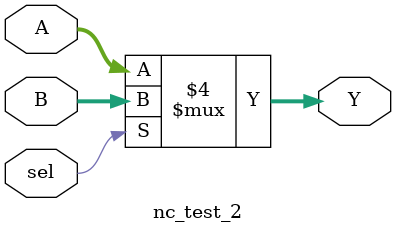
<source format=v>

`timescale 1ns / 100ps

module nc_test_2(Y, A, B, sel);
output [15:0] Y;
input [15:0] A, B;
input sel;
reg [15:0] Y;
always @(A or B or sel)
if (sel == 1'b0)
Y = A;
else
Y = B;
endmodule

</source>
